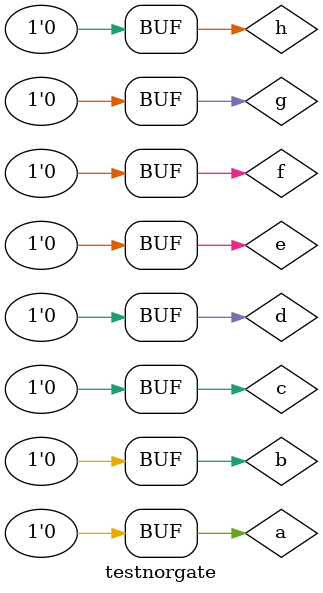
<source format=v>

module norgate(output u, input a, input b, input c, input d, input e, input f, input g, input h);
 assign u = ~(a | b | c | d | e | f | g | h);
endmodule

// ----------------
// -- test norgate
// ----------------
module testnorgate;

// ---------------- Dados locais
 reg a, b, c, d, e, f, g, h; //Definir registradores
 wire s; //Definir conexões (fios)

// ----------------- Intância
 norgate NOR1(u, a, b, c, d, e, f, g, h);

// ----------------- Preparação
 initial begin: start
   a = 0; b = 0; c = 0; d = 0; e = 0; f = 0; g = 0; h = 0;
 end

// ----------------- Parte principal
 initial begin: main
   $display("Extra01 - Josemar Alves Caetano - 448662");
	$display("Circuito que retorna 1 quando todas as entradas são iguais a 0.");
	$display("\t~(a | b | c | d | e | f | g | h ) = s\n");
	
	$monitor("\t~(%b | %b | %b | %b | %b | %b | %b | %b ) = %b", a, b, c, d, e, f, g, h, u);

 end //main

endmodule //testnorgate

</source>
